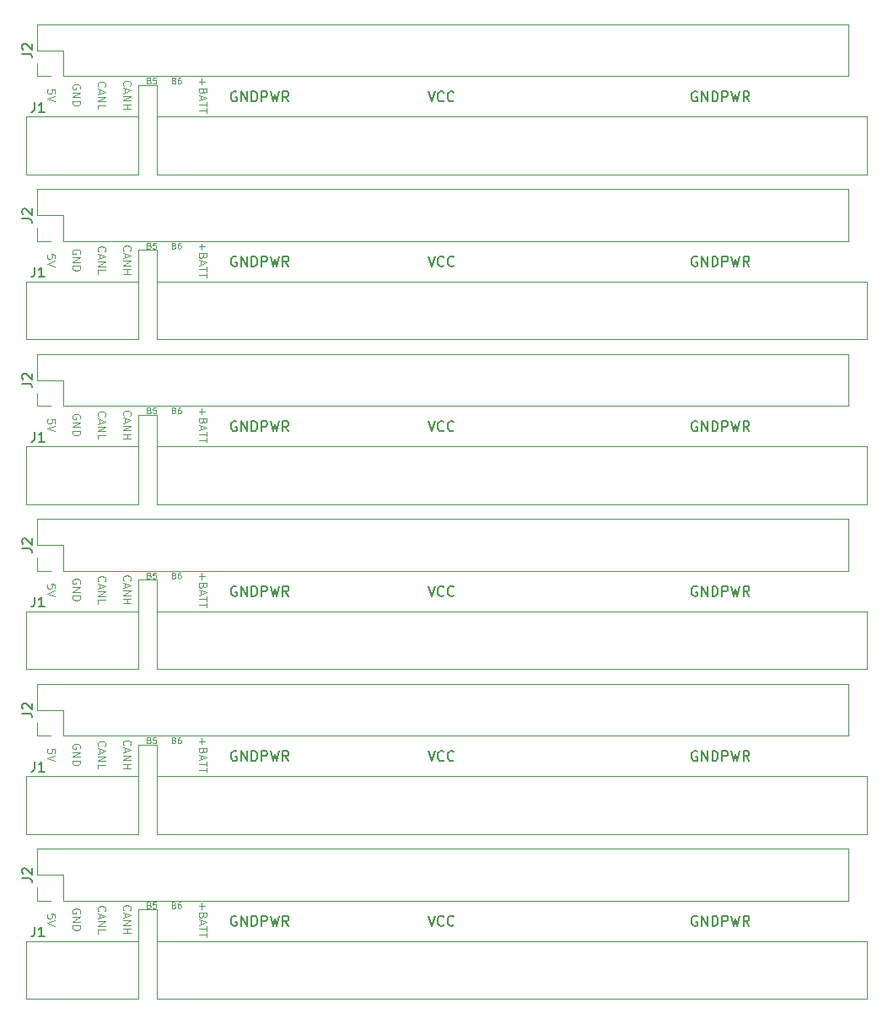
<source format=gto>
G04 #@! TF.GenerationSoftware,KiCad,Pcbnew,(5.1.5)-3*
G04 #@! TF.CreationDate,2019-12-27T07:11:16+09:00*
G04 #@! TF.ProjectId,PCIeAdapter_x6,50434965-4164-4617-9074-65725f78362e,rev?*
G04 #@! TF.SameCoordinates,Original*
G04 #@! TF.FileFunction,Legend,Top*
G04 #@! TF.FilePolarity,Positive*
%FSLAX46Y46*%
G04 Gerber Fmt 4.6, Leading zero omitted, Abs format (unit mm)*
G04 Created by KiCad (PCBNEW (5.1.5)-3) date 2019-12-27 07:11:16*
%MOMM*%
%LPD*%
G04 APERTURE LIST*
%ADD10C,0.120000*%
%ADD11C,0.150000*%
%ADD12C,0.090000*%
G04 APERTURE END LIST*
D10*
X116554285Y-57221904D02*
X116516190Y-57183809D01*
X116478095Y-57069523D01*
X116478095Y-56993333D01*
X116516190Y-56879047D01*
X116592380Y-56802857D01*
X116668571Y-56764761D01*
X116820952Y-56726666D01*
X116935238Y-56726666D01*
X117087619Y-56764761D01*
X117163809Y-56802857D01*
X117240000Y-56879047D01*
X117278095Y-56993333D01*
X117278095Y-57069523D01*
X117240000Y-57183809D01*
X117201904Y-57221904D01*
X116706666Y-57526666D02*
X116706666Y-57907619D01*
X116478095Y-57450476D02*
X117278095Y-57717142D01*
X116478095Y-57983809D01*
X116478095Y-58250476D02*
X117278095Y-58250476D01*
X116478095Y-58707619D01*
X117278095Y-58707619D01*
X116478095Y-59469523D02*
X116478095Y-59088571D01*
X117278095Y-59088571D01*
D11*
X130416666Y-57750000D02*
X130321428Y-57702380D01*
X130178571Y-57702380D01*
X130035714Y-57750000D01*
X129940476Y-57845238D01*
X129892857Y-57940476D01*
X129845238Y-58130952D01*
X129845238Y-58273809D01*
X129892857Y-58464285D01*
X129940476Y-58559523D01*
X130035714Y-58654761D01*
X130178571Y-58702380D01*
X130273809Y-58702380D01*
X130416666Y-58654761D01*
X130464285Y-58607142D01*
X130464285Y-58273809D01*
X130273809Y-58273809D01*
X130892857Y-58702380D02*
X130892857Y-57702380D01*
X131464285Y-58702380D01*
X131464285Y-57702380D01*
X131940476Y-58702380D02*
X131940476Y-57702380D01*
X132178571Y-57702380D01*
X132321428Y-57750000D01*
X132416666Y-57845238D01*
X132464285Y-57940476D01*
X132511904Y-58130952D01*
X132511904Y-58273809D01*
X132464285Y-58464285D01*
X132416666Y-58559523D01*
X132321428Y-58654761D01*
X132178571Y-58702380D01*
X131940476Y-58702380D01*
X132940476Y-58702380D02*
X132940476Y-57702380D01*
X133321428Y-57702380D01*
X133416666Y-57750000D01*
X133464285Y-57797619D01*
X133511904Y-57892857D01*
X133511904Y-58035714D01*
X133464285Y-58130952D01*
X133416666Y-58178571D01*
X133321428Y-58226190D01*
X132940476Y-58226190D01*
X133845238Y-57702380D02*
X134083333Y-58702380D01*
X134273809Y-57988095D01*
X134464285Y-58702380D01*
X134702380Y-57702380D01*
X135654761Y-58702380D02*
X135321428Y-58226190D01*
X135083333Y-58702380D02*
X135083333Y-57702380D01*
X135464285Y-57702380D01*
X135559523Y-57750000D01*
X135607142Y-57797619D01*
X135654761Y-57892857D01*
X135654761Y-58035714D01*
X135607142Y-58130952D01*
X135559523Y-58178571D01*
X135464285Y-58226190D01*
X135083333Y-58226190D01*
X149666666Y-57702380D02*
X150000000Y-58702380D01*
X150333333Y-57702380D01*
X151238095Y-58607142D02*
X151190476Y-58654761D01*
X151047619Y-58702380D01*
X150952380Y-58702380D01*
X150809523Y-58654761D01*
X150714285Y-58559523D01*
X150666666Y-58464285D01*
X150619047Y-58273809D01*
X150619047Y-58130952D01*
X150666666Y-57940476D01*
X150714285Y-57845238D01*
X150809523Y-57750000D01*
X150952380Y-57702380D01*
X151047619Y-57702380D01*
X151190476Y-57750000D01*
X151238095Y-57797619D01*
X152238095Y-58607142D02*
X152190476Y-58654761D01*
X152047619Y-58702380D01*
X151952380Y-58702380D01*
X151809523Y-58654761D01*
X151714285Y-58559523D01*
X151666666Y-58464285D01*
X151619047Y-58273809D01*
X151619047Y-58130952D01*
X151666666Y-57940476D01*
X151714285Y-57845238D01*
X151809523Y-57750000D01*
X151952380Y-57702380D01*
X152047619Y-57702380D01*
X152190476Y-57750000D01*
X152238095Y-57797619D01*
D12*
X121657142Y-56607142D02*
X121742857Y-56635714D01*
X121771428Y-56664285D01*
X121800000Y-56721428D01*
X121800000Y-56807142D01*
X121771428Y-56864285D01*
X121742857Y-56892857D01*
X121685714Y-56921428D01*
X121457142Y-56921428D01*
X121457142Y-56321428D01*
X121657142Y-56321428D01*
X121714285Y-56350000D01*
X121742857Y-56378571D01*
X121771428Y-56435714D01*
X121771428Y-56492857D01*
X121742857Y-56550000D01*
X121714285Y-56578571D01*
X121657142Y-56607142D01*
X121457142Y-56607142D01*
X122342857Y-56321428D02*
X122057142Y-56321428D01*
X122028571Y-56607142D01*
X122057142Y-56578571D01*
X122114285Y-56550000D01*
X122257142Y-56550000D01*
X122314285Y-56578571D01*
X122342857Y-56607142D01*
X122371428Y-56664285D01*
X122371428Y-56807142D01*
X122342857Y-56864285D01*
X122314285Y-56892857D01*
X122257142Y-56921428D01*
X122114285Y-56921428D01*
X122057142Y-56892857D01*
X122028571Y-56864285D01*
D10*
X114700000Y-57450476D02*
X114738095Y-57374285D01*
X114738095Y-57260000D01*
X114700000Y-57145714D01*
X114623809Y-57069523D01*
X114547619Y-57031428D01*
X114395238Y-56993333D01*
X114280952Y-56993333D01*
X114128571Y-57031428D01*
X114052380Y-57069523D01*
X113976190Y-57145714D01*
X113938095Y-57260000D01*
X113938095Y-57336190D01*
X113976190Y-57450476D01*
X114014285Y-57488571D01*
X114280952Y-57488571D01*
X114280952Y-57336190D01*
X113938095Y-57831428D02*
X114738095Y-57831428D01*
X113938095Y-58288571D01*
X114738095Y-58288571D01*
X113938095Y-58669523D02*
X114738095Y-58669523D01*
X114738095Y-58860000D01*
X114700000Y-58974285D01*
X114623809Y-59050476D01*
X114547619Y-59088571D01*
X114395238Y-59126666D01*
X114280952Y-59126666D01*
X114128571Y-59088571D01*
X114052380Y-59050476D01*
X113976190Y-58974285D01*
X113938095Y-58860000D01*
X113938095Y-58669523D01*
X126942857Y-56402857D02*
X126942857Y-57012380D01*
X126638095Y-56707619D02*
X127247619Y-56707619D01*
X127057142Y-57660000D02*
X127019047Y-57774285D01*
X126980952Y-57812380D01*
X126904761Y-57850476D01*
X126790476Y-57850476D01*
X126714285Y-57812380D01*
X126676190Y-57774285D01*
X126638095Y-57698095D01*
X126638095Y-57393333D01*
X127438095Y-57393333D01*
X127438095Y-57660000D01*
X127400000Y-57736190D01*
X127361904Y-57774285D01*
X127285714Y-57812380D01*
X127209523Y-57812380D01*
X127133333Y-57774285D01*
X127095238Y-57736190D01*
X127057142Y-57660000D01*
X127057142Y-57393333D01*
X126866666Y-58155238D02*
X126866666Y-58536190D01*
X126638095Y-58079047D02*
X127438095Y-58345714D01*
X126638095Y-58612380D01*
X127438095Y-58764761D02*
X127438095Y-59221904D01*
X126638095Y-58993333D02*
X127438095Y-58993333D01*
X127438095Y-59374285D02*
X127438095Y-59831428D01*
X126638095Y-59602857D02*
X127438095Y-59602857D01*
D12*
X124157142Y-56607142D02*
X124242857Y-56635714D01*
X124271428Y-56664285D01*
X124300000Y-56721428D01*
X124300000Y-56807142D01*
X124271428Y-56864285D01*
X124242857Y-56892857D01*
X124185714Y-56921428D01*
X123957142Y-56921428D01*
X123957142Y-56321428D01*
X124157142Y-56321428D01*
X124214285Y-56350000D01*
X124242857Y-56378571D01*
X124271428Y-56435714D01*
X124271428Y-56492857D01*
X124242857Y-56550000D01*
X124214285Y-56578571D01*
X124157142Y-56607142D01*
X123957142Y-56607142D01*
X124814285Y-56321428D02*
X124700000Y-56321428D01*
X124642857Y-56350000D01*
X124614285Y-56378571D01*
X124557142Y-56464285D01*
X124528571Y-56578571D01*
X124528571Y-56807142D01*
X124557142Y-56864285D01*
X124585714Y-56892857D01*
X124642857Y-56921428D01*
X124757142Y-56921428D01*
X124814285Y-56892857D01*
X124842857Y-56864285D01*
X124871428Y-56807142D01*
X124871428Y-56664285D01*
X124842857Y-56607142D01*
X124814285Y-56578571D01*
X124757142Y-56550000D01*
X124642857Y-56550000D01*
X124585714Y-56578571D01*
X124557142Y-56607142D01*
X124528571Y-56664285D01*
D10*
X119094285Y-57126666D02*
X119056190Y-57088571D01*
X119018095Y-56974285D01*
X119018095Y-56898095D01*
X119056190Y-56783809D01*
X119132380Y-56707619D01*
X119208571Y-56669523D01*
X119360952Y-56631428D01*
X119475238Y-56631428D01*
X119627619Y-56669523D01*
X119703809Y-56707619D01*
X119780000Y-56783809D01*
X119818095Y-56898095D01*
X119818095Y-56974285D01*
X119780000Y-57088571D01*
X119741904Y-57126666D01*
X119246666Y-57431428D02*
X119246666Y-57812380D01*
X119018095Y-57355238D02*
X119818095Y-57621904D01*
X119018095Y-57888571D01*
X119018095Y-58155238D02*
X119818095Y-58155238D01*
X119018095Y-58612380D01*
X119818095Y-58612380D01*
X119018095Y-58993333D02*
X119818095Y-58993333D01*
X119437142Y-58993333D02*
X119437142Y-59450476D01*
X119018095Y-59450476D02*
X119818095Y-59450476D01*
X112198095Y-57907619D02*
X112198095Y-57526666D01*
X111817142Y-57488571D01*
X111855238Y-57526666D01*
X111893333Y-57602857D01*
X111893333Y-57793333D01*
X111855238Y-57869523D01*
X111817142Y-57907619D01*
X111740952Y-57945714D01*
X111550476Y-57945714D01*
X111474285Y-57907619D01*
X111436190Y-57869523D01*
X111398095Y-57793333D01*
X111398095Y-57602857D01*
X111436190Y-57526666D01*
X111474285Y-57488571D01*
X112198095Y-58174285D02*
X111398095Y-58440952D01*
X112198095Y-58707619D01*
D11*
X176666666Y-57750000D02*
X176571428Y-57702380D01*
X176428571Y-57702380D01*
X176285714Y-57750000D01*
X176190476Y-57845238D01*
X176142857Y-57940476D01*
X176095238Y-58130952D01*
X176095238Y-58273809D01*
X176142857Y-58464285D01*
X176190476Y-58559523D01*
X176285714Y-58654761D01*
X176428571Y-58702380D01*
X176523809Y-58702380D01*
X176666666Y-58654761D01*
X176714285Y-58607142D01*
X176714285Y-58273809D01*
X176523809Y-58273809D01*
X177142857Y-58702380D02*
X177142857Y-57702380D01*
X177714285Y-58702380D01*
X177714285Y-57702380D01*
X178190476Y-58702380D02*
X178190476Y-57702380D01*
X178428571Y-57702380D01*
X178571428Y-57750000D01*
X178666666Y-57845238D01*
X178714285Y-57940476D01*
X178761904Y-58130952D01*
X178761904Y-58273809D01*
X178714285Y-58464285D01*
X178666666Y-58559523D01*
X178571428Y-58654761D01*
X178428571Y-58702380D01*
X178190476Y-58702380D01*
X179190476Y-58702380D02*
X179190476Y-57702380D01*
X179571428Y-57702380D01*
X179666666Y-57750000D01*
X179714285Y-57797619D01*
X179761904Y-57892857D01*
X179761904Y-58035714D01*
X179714285Y-58130952D01*
X179666666Y-58178571D01*
X179571428Y-58226190D01*
X179190476Y-58226190D01*
X180095238Y-57702380D02*
X180333333Y-58702380D01*
X180523809Y-57988095D01*
X180714285Y-58702380D01*
X180952380Y-57702380D01*
X181904761Y-58702380D02*
X181571428Y-58226190D01*
X181333333Y-58702380D02*
X181333333Y-57702380D01*
X181714285Y-57702380D01*
X181809523Y-57750000D01*
X181857142Y-57797619D01*
X181904761Y-57892857D01*
X181904761Y-58035714D01*
X181857142Y-58130952D01*
X181809523Y-58178571D01*
X181714285Y-58226190D01*
X181333333Y-58226190D01*
D12*
X121657142Y-73157142D02*
X121742857Y-73185714D01*
X121771428Y-73214285D01*
X121800000Y-73271428D01*
X121800000Y-73357142D01*
X121771428Y-73414285D01*
X121742857Y-73442857D01*
X121685714Y-73471428D01*
X121457142Y-73471428D01*
X121457142Y-72871428D01*
X121657142Y-72871428D01*
X121714285Y-72900000D01*
X121742857Y-72928571D01*
X121771428Y-72985714D01*
X121771428Y-73042857D01*
X121742857Y-73100000D01*
X121714285Y-73128571D01*
X121657142Y-73157142D01*
X121457142Y-73157142D01*
X122342857Y-72871428D02*
X122057142Y-72871428D01*
X122028571Y-73157142D01*
X122057142Y-73128571D01*
X122114285Y-73100000D01*
X122257142Y-73100000D01*
X122314285Y-73128571D01*
X122342857Y-73157142D01*
X122371428Y-73214285D01*
X122371428Y-73357142D01*
X122342857Y-73414285D01*
X122314285Y-73442857D01*
X122257142Y-73471428D01*
X122114285Y-73471428D01*
X122057142Y-73442857D01*
X122028571Y-73414285D01*
X121657142Y-89707142D02*
X121742857Y-89735714D01*
X121771428Y-89764285D01*
X121800000Y-89821428D01*
X121800000Y-89907142D01*
X121771428Y-89964285D01*
X121742857Y-89992857D01*
X121685714Y-90021428D01*
X121457142Y-90021428D01*
X121457142Y-89421428D01*
X121657142Y-89421428D01*
X121714285Y-89450000D01*
X121742857Y-89478571D01*
X121771428Y-89535714D01*
X121771428Y-89592857D01*
X121742857Y-89650000D01*
X121714285Y-89678571D01*
X121657142Y-89707142D01*
X121457142Y-89707142D01*
X122342857Y-89421428D02*
X122057142Y-89421428D01*
X122028571Y-89707142D01*
X122057142Y-89678571D01*
X122114285Y-89650000D01*
X122257142Y-89650000D01*
X122314285Y-89678571D01*
X122342857Y-89707142D01*
X122371428Y-89764285D01*
X122371428Y-89907142D01*
X122342857Y-89964285D01*
X122314285Y-89992857D01*
X122257142Y-90021428D01*
X122114285Y-90021428D01*
X122057142Y-89992857D01*
X122028571Y-89964285D01*
X121657142Y-106257142D02*
X121742857Y-106285714D01*
X121771428Y-106314285D01*
X121800000Y-106371428D01*
X121800000Y-106457142D01*
X121771428Y-106514285D01*
X121742857Y-106542857D01*
X121685714Y-106571428D01*
X121457142Y-106571428D01*
X121457142Y-105971428D01*
X121657142Y-105971428D01*
X121714285Y-106000000D01*
X121742857Y-106028571D01*
X121771428Y-106085714D01*
X121771428Y-106142857D01*
X121742857Y-106200000D01*
X121714285Y-106228571D01*
X121657142Y-106257142D01*
X121457142Y-106257142D01*
X122342857Y-105971428D02*
X122057142Y-105971428D01*
X122028571Y-106257142D01*
X122057142Y-106228571D01*
X122114285Y-106200000D01*
X122257142Y-106200000D01*
X122314285Y-106228571D01*
X122342857Y-106257142D01*
X122371428Y-106314285D01*
X122371428Y-106457142D01*
X122342857Y-106514285D01*
X122314285Y-106542857D01*
X122257142Y-106571428D01*
X122114285Y-106571428D01*
X122057142Y-106542857D01*
X122028571Y-106514285D01*
X121657142Y-122807142D02*
X121742857Y-122835714D01*
X121771428Y-122864285D01*
X121800000Y-122921428D01*
X121800000Y-123007142D01*
X121771428Y-123064285D01*
X121742857Y-123092857D01*
X121685714Y-123121428D01*
X121457142Y-123121428D01*
X121457142Y-122521428D01*
X121657142Y-122521428D01*
X121714285Y-122550000D01*
X121742857Y-122578571D01*
X121771428Y-122635714D01*
X121771428Y-122692857D01*
X121742857Y-122750000D01*
X121714285Y-122778571D01*
X121657142Y-122807142D01*
X121457142Y-122807142D01*
X122342857Y-122521428D02*
X122057142Y-122521428D01*
X122028571Y-122807142D01*
X122057142Y-122778571D01*
X122114285Y-122750000D01*
X122257142Y-122750000D01*
X122314285Y-122778571D01*
X122342857Y-122807142D01*
X122371428Y-122864285D01*
X122371428Y-123007142D01*
X122342857Y-123064285D01*
X122314285Y-123092857D01*
X122257142Y-123121428D01*
X122114285Y-123121428D01*
X122057142Y-123092857D01*
X122028571Y-123064285D01*
D10*
X112198095Y-74457619D02*
X112198095Y-74076666D01*
X111817142Y-74038571D01*
X111855238Y-74076666D01*
X111893333Y-74152857D01*
X111893333Y-74343333D01*
X111855238Y-74419523D01*
X111817142Y-74457619D01*
X111740952Y-74495714D01*
X111550476Y-74495714D01*
X111474285Y-74457619D01*
X111436190Y-74419523D01*
X111398095Y-74343333D01*
X111398095Y-74152857D01*
X111436190Y-74076666D01*
X111474285Y-74038571D01*
X112198095Y-74724285D02*
X111398095Y-74990952D01*
X112198095Y-75257619D01*
X112198095Y-91007619D02*
X112198095Y-90626666D01*
X111817142Y-90588571D01*
X111855238Y-90626666D01*
X111893333Y-90702857D01*
X111893333Y-90893333D01*
X111855238Y-90969523D01*
X111817142Y-91007619D01*
X111740952Y-91045714D01*
X111550476Y-91045714D01*
X111474285Y-91007619D01*
X111436190Y-90969523D01*
X111398095Y-90893333D01*
X111398095Y-90702857D01*
X111436190Y-90626666D01*
X111474285Y-90588571D01*
X112198095Y-91274285D02*
X111398095Y-91540952D01*
X112198095Y-91807619D01*
X112198095Y-107557619D02*
X112198095Y-107176666D01*
X111817142Y-107138571D01*
X111855238Y-107176666D01*
X111893333Y-107252857D01*
X111893333Y-107443333D01*
X111855238Y-107519523D01*
X111817142Y-107557619D01*
X111740952Y-107595714D01*
X111550476Y-107595714D01*
X111474285Y-107557619D01*
X111436190Y-107519523D01*
X111398095Y-107443333D01*
X111398095Y-107252857D01*
X111436190Y-107176666D01*
X111474285Y-107138571D01*
X112198095Y-107824285D02*
X111398095Y-108090952D01*
X112198095Y-108357619D01*
X112198095Y-124107619D02*
X112198095Y-123726666D01*
X111817142Y-123688571D01*
X111855238Y-123726666D01*
X111893333Y-123802857D01*
X111893333Y-123993333D01*
X111855238Y-124069523D01*
X111817142Y-124107619D01*
X111740952Y-124145714D01*
X111550476Y-124145714D01*
X111474285Y-124107619D01*
X111436190Y-124069523D01*
X111398095Y-123993333D01*
X111398095Y-123802857D01*
X111436190Y-123726666D01*
X111474285Y-123688571D01*
X112198095Y-124374285D02*
X111398095Y-124640952D01*
X112198095Y-124907619D01*
D11*
X149666666Y-74252380D02*
X150000000Y-75252380D01*
X150333333Y-74252380D01*
X151238095Y-75157142D02*
X151190476Y-75204761D01*
X151047619Y-75252380D01*
X150952380Y-75252380D01*
X150809523Y-75204761D01*
X150714285Y-75109523D01*
X150666666Y-75014285D01*
X150619047Y-74823809D01*
X150619047Y-74680952D01*
X150666666Y-74490476D01*
X150714285Y-74395238D01*
X150809523Y-74300000D01*
X150952380Y-74252380D01*
X151047619Y-74252380D01*
X151190476Y-74300000D01*
X151238095Y-74347619D01*
X152238095Y-75157142D02*
X152190476Y-75204761D01*
X152047619Y-75252380D01*
X151952380Y-75252380D01*
X151809523Y-75204761D01*
X151714285Y-75109523D01*
X151666666Y-75014285D01*
X151619047Y-74823809D01*
X151619047Y-74680952D01*
X151666666Y-74490476D01*
X151714285Y-74395238D01*
X151809523Y-74300000D01*
X151952380Y-74252380D01*
X152047619Y-74252380D01*
X152190476Y-74300000D01*
X152238095Y-74347619D01*
X149666666Y-90802380D02*
X150000000Y-91802380D01*
X150333333Y-90802380D01*
X151238095Y-91707142D02*
X151190476Y-91754761D01*
X151047619Y-91802380D01*
X150952380Y-91802380D01*
X150809523Y-91754761D01*
X150714285Y-91659523D01*
X150666666Y-91564285D01*
X150619047Y-91373809D01*
X150619047Y-91230952D01*
X150666666Y-91040476D01*
X150714285Y-90945238D01*
X150809523Y-90850000D01*
X150952380Y-90802380D01*
X151047619Y-90802380D01*
X151190476Y-90850000D01*
X151238095Y-90897619D01*
X152238095Y-91707142D02*
X152190476Y-91754761D01*
X152047619Y-91802380D01*
X151952380Y-91802380D01*
X151809523Y-91754761D01*
X151714285Y-91659523D01*
X151666666Y-91564285D01*
X151619047Y-91373809D01*
X151619047Y-91230952D01*
X151666666Y-91040476D01*
X151714285Y-90945238D01*
X151809523Y-90850000D01*
X151952380Y-90802380D01*
X152047619Y-90802380D01*
X152190476Y-90850000D01*
X152238095Y-90897619D01*
X149666666Y-107352380D02*
X150000000Y-108352380D01*
X150333333Y-107352380D01*
X151238095Y-108257142D02*
X151190476Y-108304761D01*
X151047619Y-108352380D01*
X150952380Y-108352380D01*
X150809523Y-108304761D01*
X150714285Y-108209523D01*
X150666666Y-108114285D01*
X150619047Y-107923809D01*
X150619047Y-107780952D01*
X150666666Y-107590476D01*
X150714285Y-107495238D01*
X150809523Y-107400000D01*
X150952380Y-107352380D01*
X151047619Y-107352380D01*
X151190476Y-107400000D01*
X151238095Y-107447619D01*
X152238095Y-108257142D02*
X152190476Y-108304761D01*
X152047619Y-108352380D01*
X151952380Y-108352380D01*
X151809523Y-108304761D01*
X151714285Y-108209523D01*
X151666666Y-108114285D01*
X151619047Y-107923809D01*
X151619047Y-107780952D01*
X151666666Y-107590476D01*
X151714285Y-107495238D01*
X151809523Y-107400000D01*
X151952380Y-107352380D01*
X152047619Y-107352380D01*
X152190476Y-107400000D01*
X152238095Y-107447619D01*
X149666666Y-123902380D02*
X150000000Y-124902380D01*
X150333333Y-123902380D01*
X151238095Y-124807142D02*
X151190476Y-124854761D01*
X151047619Y-124902380D01*
X150952380Y-124902380D01*
X150809523Y-124854761D01*
X150714285Y-124759523D01*
X150666666Y-124664285D01*
X150619047Y-124473809D01*
X150619047Y-124330952D01*
X150666666Y-124140476D01*
X150714285Y-124045238D01*
X150809523Y-123950000D01*
X150952380Y-123902380D01*
X151047619Y-123902380D01*
X151190476Y-123950000D01*
X151238095Y-123997619D01*
X152238095Y-124807142D02*
X152190476Y-124854761D01*
X152047619Y-124902380D01*
X151952380Y-124902380D01*
X151809523Y-124854761D01*
X151714285Y-124759523D01*
X151666666Y-124664285D01*
X151619047Y-124473809D01*
X151619047Y-124330952D01*
X151666666Y-124140476D01*
X151714285Y-124045238D01*
X151809523Y-123950000D01*
X151952380Y-123902380D01*
X152047619Y-123902380D01*
X152190476Y-123950000D01*
X152238095Y-123997619D01*
D12*
X124157142Y-73157142D02*
X124242857Y-73185714D01*
X124271428Y-73214285D01*
X124300000Y-73271428D01*
X124300000Y-73357142D01*
X124271428Y-73414285D01*
X124242857Y-73442857D01*
X124185714Y-73471428D01*
X123957142Y-73471428D01*
X123957142Y-72871428D01*
X124157142Y-72871428D01*
X124214285Y-72900000D01*
X124242857Y-72928571D01*
X124271428Y-72985714D01*
X124271428Y-73042857D01*
X124242857Y-73100000D01*
X124214285Y-73128571D01*
X124157142Y-73157142D01*
X123957142Y-73157142D01*
X124814285Y-72871428D02*
X124700000Y-72871428D01*
X124642857Y-72900000D01*
X124614285Y-72928571D01*
X124557142Y-73014285D01*
X124528571Y-73128571D01*
X124528571Y-73357142D01*
X124557142Y-73414285D01*
X124585714Y-73442857D01*
X124642857Y-73471428D01*
X124757142Y-73471428D01*
X124814285Y-73442857D01*
X124842857Y-73414285D01*
X124871428Y-73357142D01*
X124871428Y-73214285D01*
X124842857Y-73157142D01*
X124814285Y-73128571D01*
X124757142Y-73100000D01*
X124642857Y-73100000D01*
X124585714Y-73128571D01*
X124557142Y-73157142D01*
X124528571Y-73214285D01*
X124157142Y-89707142D02*
X124242857Y-89735714D01*
X124271428Y-89764285D01*
X124300000Y-89821428D01*
X124300000Y-89907142D01*
X124271428Y-89964285D01*
X124242857Y-89992857D01*
X124185714Y-90021428D01*
X123957142Y-90021428D01*
X123957142Y-89421428D01*
X124157142Y-89421428D01*
X124214285Y-89450000D01*
X124242857Y-89478571D01*
X124271428Y-89535714D01*
X124271428Y-89592857D01*
X124242857Y-89650000D01*
X124214285Y-89678571D01*
X124157142Y-89707142D01*
X123957142Y-89707142D01*
X124814285Y-89421428D02*
X124700000Y-89421428D01*
X124642857Y-89450000D01*
X124614285Y-89478571D01*
X124557142Y-89564285D01*
X124528571Y-89678571D01*
X124528571Y-89907142D01*
X124557142Y-89964285D01*
X124585714Y-89992857D01*
X124642857Y-90021428D01*
X124757142Y-90021428D01*
X124814285Y-89992857D01*
X124842857Y-89964285D01*
X124871428Y-89907142D01*
X124871428Y-89764285D01*
X124842857Y-89707142D01*
X124814285Y-89678571D01*
X124757142Y-89650000D01*
X124642857Y-89650000D01*
X124585714Y-89678571D01*
X124557142Y-89707142D01*
X124528571Y-89764285D01*
X124157142Y-106257142D02*
X124242857Y-106285714D01*
X124271428Y-106314285D01*
X124300000Y-106371428D01*
X124300000Y-106457142D01*
X124271428Y-106514285D01*
X124242857Y-106542857D01*
X124185714Y-106571428D01*
X123957142Y-106571428D01*
X123957142Y-105971428D01*
X124157142Y-105971428D01*
X124214285Y-106000000D01*
X124242857Y-106028571D01*
X124271428Y-106085714D01*
X124271428Y-106142857D01*
X124242857Y-106200000D01*
X124214285Y-106228571D01*
X124157142Y-106257142D01*
X123957142Y-106257142D01*
X124814285Y-105971428D02*
X124700000Y-105971428D01*
X124642857Y-106000000D01*
X124614285Y-106028571D01*
X124557142Y-106114285D01*
X124528571Y-106228571D01*
X124528571Y-106457142D01*
X124557142Y-106514285D01*
X124585714Y-106542857D01*
X124642857Y-106571428D01*
X124757142Y-106571428D01*
X124814285Y-106542857D01*
X124842857Y-106514285D01*
X124871428Y-106457142D01*
X124871428Y-106314285D01*
X124842857Y-106257142D01*
X124814285Y-106228571D01*
X124757142Y-106200000D01*
X124642857Y-106200000D01*
X124585714Y-106228571D01*
X124557142Y-106257142D01*
X124528571Y-106314285D01*
X124157142Y-122807142D02*
X124242857Y-122835714D01*
X124271428Y-122864285D01*
X124300000Y-122921428D01*
X124300000Y-123007142D01*
X124271428Y-123064285D01*
X124242857Y-123092857D01*
X124185714Y-123121428D01*
X123957142Y-123121428D01*
X123957142Y-122521428D01*
X124157142Y-122521428D01*
X124214285Y-122550000D01*
X124242857Y-122578571D01*
X124271428Y-122635714D01*
X124271428Y-122692857D01*
X124242857Y-122750000D01*
X124214285Y-122778571D01*
X124157142Y-122807142D01*
X123957142Y-122807142D01*
X124814285Y-122521428D02*
X124700000Y-122521428D01*
X124642857Y-122550000D01*
X124614285Y-122578571D01*
X124557142Y-122664285D01*
X124528571Y-122778571D01*
X124528571Y-123007142D01*
X124557142Y-123064285D01*
X124585714Y-123092857D01*
X124642857Y-123121428D01*
X124757142Y-123121428D01*
X124814285Y-123092857D01*
X124842857Y-123064285D01*
X124871428Y-123007142D01*
X124871428Y-122864285D01*
X124842857Y-122807142D01*
X124814285Y-122778571D01*
X124757142Y-122750000D01*
X124642857Y-122750000D01*
X124585714Y-122778571D01*
X124557142Y-122807142D01*
X124528571Y-122864285D01*
D11*
X130416666Y-74300000D02*
X130321428Y-74252380D01*
X130178571Y-74252380D01*
X130035714Y-74300000D01*
X129940476Y-74395238D01*
X129892857Y-74490476D01*
X129845238Y-74680952D01*
X129845238Y-74823809D01*
X129892857Y-75014285D01*
X129940476Y-75109523D01*
X130035714Y-75204761D01*
X130178571Y-75252380D01*
X130273809Y-75252380D01*
X130416666Y-75204761D01*
X130464285Y-75157142D01*
X130464285Y-74823809D01*
X130273809Y-74823809D01*
X130892857Y-75252380D02*
X130892857Y-74252380D01*
X131464285Y-75252380D01*
X131464285Y-74252380D01*
X131940476Y-75252380D02*
X131940476Y-74252380D01*
X132178571Y-74252380D01*
X132321428Y-74300000D01*
X132416666Y-74395238D01*
X132464285Y-74490476D01*
X132511904Y-74680952D01*
X132511904Y-74823809D01*
X132464285Y-75014285D01*
X132416666Y-75109523D01*
X132321428Y-75204761D01*
X132178571Y-75252380D01*
X131940476Y-75252380D01*
X132940476Y-75252380D02*
X132940476Y-74252380D01*
X133321428Y-74252380D01*
X133416666Y-74300000D01*
X133464285Y-74347619D01*
X133511904Y-74442857D01*
X133511904Y-74585714D01*
X133464285Y-74680952D01*
X133416666Y-74728571D01*
X133321428Y-74776190D01*
X132940476Y-74776190D01*
X133845238Y-74252380D02*
X134083333Y-75252380D01*
X134273809Y-74538095D01*
X134464285Y-75252380D01*
X134702380Y-74252380D01*
X135654761Y-75252380D02*
X135321428Y-74776190D01*
X135083333Y-75252380D02*
X135083333Y-74252380D01*
X135464285Y-74252380D01*
X135559523Y-74300000D01*
X135607142Y-74347619D01*
X135654761Y-74442857D01*
X135654761Y-74585714D01*
X135607142Y-74680952D01*
X135559523Y-74728571D01*
X135464285Y-74776190D01*
X135083333Y-74776190D01*
X130416666Y-90850000D02*
X130321428Y-90802380D01*
X130178571Y-90802380D01*
X130035714Y-90850000D01*
X129940476Y-90945238D01*
X129892857Y-91040476D01*
X129845238Y-91230952D01*
X129845238Y-91373809D01*
X129892857Y-91564285D01*
X129940476Y-91659523D01*
X130035714Y-91754761D01*
X130178571Y-91802380D01*
X130273809Y-91802380D01*
X130416666Y-91754761D01*
X130464285Y-91707142D01*
X130464285Y-91373809D01*
X130273809Y-91373809D01*
X130892857Y-91802380D02*
X130892857Y-90802380D01*
X131464285Y-91802380D01*
X131464285Y-90802380D01*
X131940476Y-91802380D02*
X131940476Y-90802380D01*
X132178571Y-90802380D01*
X132321428Y-90850000D01*
X132416666Y-90945238D01*
X132464285Y-91040476D01*
X132511904Y-91230952D01*
X132511904Y-91373809D01*
X132464285Y-91564285D01*
X132416666Y-91659523D01*
X132321428Y-91754761D01*
X132178571Y-91802380D01*
X131940476Y-91802380D01*
X132940476Y-91802380D02*
X132940476Y-90802380D01*
X133321428Y-90802380D01*
X133416666Y-90850000D01*
X133464285Y-90897619D01*
X133511904Y-90992857D01*
X133511904Y-91135714D01*
X133464285Y-91230952D01*
X133416666Y-91278571D01*
X133321428Y-91326190D01*
X132940476Y-91326190D01*
X133845238Y-90802380D02*
X134083333Y-91802380D01*
X134273809Y-91088095D01*
X134464285Y-91802380D01*
X134702380Y-90802380D01*
X135654761Y-91802380D02*
X135321428Y-91326190D01*
X135083333Y-91802380D02*
X135083333Y-90802380D01*
X135464285Y-90802380D01*
X135559523Y-90850000D01*
X135607142Y-90897619D01*
X135654761Y-90992857D01*
X135654761Y-91135714D01*
X135607142Y-91230952D01*
X135559523Y-91278571D01*
X135464285Y-91326190D01*
X135083333Y-91326190D01*
X130416666Y-107400000D02*
X130321428Y-107352380D01*
X130178571Y-107352380D01*
X130035714Y-107400000D01*
X129940476Y-107495238D01*
X129892857Y-107590476D01*
X129845238Y-107780952D01*
X129845238Y-107923809D01*
X129892857Y-108114285D01*
X129940476Y-108209523D01*
X130035714Y-108304761D01*
X130178571Y-108352380D01*
X130273809Y-108352380D01*
X130416666Y-108304761D01*
X130464285Y-108257142D01*
X130464285Y-107923809D01*
X130273809Y-107923809D01*
X130892857Y-108352380D02*
X130892857Y-107352380D01*
X131464285Y-108352380D01*
X131464285Y-107352380D01*
X131940476Y-108352380D02*
X131940476Y-107352380D01*
X132178571Y-107352380D01*
X132321428Y-107400000D01*
X132416666Y-107495238D01*
X132464285Y-107590476D01*
X132511904Y-107780952D01*
X132511904Y-107923809D01*
X132464285Y-108114285D01*
X132416666Y-108209523D01*
X132321428Y-108304761D01*
X132178571Y-108352380D01*
X131940476Y-108352380D01*
X132940476Y-108352380D02*
X132940476Y-107352380D01*
X133321428Y-107352380D01*
X133416666Y-107400000D01*
X133464285Y-107447619D01*
X133511904Y-107542857D01*
X133511904Y-107685714D01*
X133464285Y-107780952D01*
X133416666Y-107828571D01*
X133321428Y-107876190D01*
X132940476Y-107876190D01*
X133845238Y-107352380D02*
X134083333Y-108352380D01*
X134273809Y-107638095D01*
X134464285Y-108352380D01*
X134702380Y-107352380D01*
X135654761Y-108352380D02*
X135321428Y-107876190D01*
X135083333Y-108352380D02*
X135083333Y-107352380D01*
X135464285Y-107352380D01*
X135559523Y-107400000D01*
X135607142Y-107447619D01*
X135654761Y-107542857D01*
X135654761Y-107685714D01*
X135607142Y-107780952D01*
X135559523Y-107828571D01*
X135464285Y-107876190D01*
X135083333Y-107876190D01*
X130416666Y-123950000D02*
X130321428Y-123902380D01*
X130178571Y-123902380D01*
X130035714Y-123950000D01*
X129940476Y-124045238D01*
X129892857Y-124140476D01*
X129845238Y-124330952D01*
X129845238Y-124473809D01*
X129892857Y-124664285D01*
X129940476Y-124759523D01*
X130035714Y-124854761D01*
X130178571Y-124902380D01*
X130273809Y-124902380D01*
X130416666Y-124854761D01*
X130464285Y-124807142D01*
X130464285Y-124473809D01*
X130273809Y-124473809D01*
X130892857Y-124902380D02*
X130892857Y-123902380D01*
X131464285Y-124902380D01*
X131464285Y-123902380D01*
X131940476Y-124902380D02*
X131940476Y-123902380D01*
X132178571Y-123902380D01*
X132321428Y-123950000D01*
X132416666Y-124045238D01*
X132464285Y-124140476D01*
X132511904Y-124330952D01*
X132511904Y-124473809D01*
X132464285Y-124664285D01*
X132416666Y-124759523D01*
X132321428Y-124854761D01*
X132178571Y-124902380D01*
X131940476Y-124902380D01*
X132940476Y-124902380D02*
X132940476Y-123902380D01*
X133321428Y-123902380D01*
X133416666Y-123950000D01*
X133464285Y-123997619D01*
X133511904Y-124092857D01*
X133511904Y-124235714D01*
X133464285Y-124330952D01*
X133416666Y-124378571D01*
X133321428Y-124426190D01*
X132940476Y-124426190D01*
X133845238Y-123902380D02*
X134083333Y-124902380D01*
X134273809Y-124188095D01*
X134464285Y-124902380D01*
X134702380Y-123902380D01*
X135654761Y-124902380D02*
X135321428Y-124426190D01*
X135083333Y-124902380D02*
X135083333Y-123902380D01*
X135464285Y-123902380D01*
X135559523Y-123950000D01*
X135607142Y-123997619D01*
X135654761Y-124092857D01*
X135654761Y-124235714D01*
X135607142Y-124330952D01*
X135559523Y-124378571D01*
X135464285Y-124426190D01*
X135083333Y-124426190D01*
X176666666Y-74300000D02*
X176571428Y-74252380D01*
X176428571Y-74252380D01*
X176285714Y-74300000D01*
X176190476Y-74395238D01*
X176142857Y-74490476D01*
X176095238Y-74680952D01*
X176095238Y-74823809D01*
X176142857Y-75014285D01*
X176190476Y-75109523D01*
X176285714Y-75204761D01*
X176428571Y-75252380D01*
X176523809Y-75252380D01*
X176666666Y-75204761D01*
X176714285Y-75157142D01*
X176714285Y-74823809D01*
X176523809Y-74823809D01*
X177142857Y-75252380D02*
X177142857Y-74252380D01*
X177714285Y-75252380D01*
X177714285Y-74252380D01*
X178190476Y-75252380D02*
X178190476Y-74252380D01*
X178428571Y-74252380D01*
X178571428Y-74300000D01*
X178666666Y-74395238D01*
X178714285Y-74490476D01*
X178761904Y-74680952D01*
X178761904Y-74823809D01*
X178714285Y-75014285D01*
X178666666Y-75109523D01*
X178571428Y-75204761D01*
X178428571Y-75252380D01*
X178190476Y-75252380D01*
X179190476Y-75252380D02*
X179190476Y-74252380D01*
X179571428Y-74252380D01*
X179666666Y-74300000D01*
X179714285Y-74347619D01*
X179761904Y-74442857D01*
X179761904Y-74585714D01*
X179714285Y-74680952D01*
X179666666Y-74728571D01*
X179571428Y-74776190D01*
X179190476Y-74776190D01*
X180095238Y-74252380D02*
X180333333Y-75252380D01*
X180523809Y-74538095D01*
X180714285Y-75252380D01*
X180952380Y-74252380D01*
X181904761Y-75252380D02*
X181571428Y-74776190D01*
X181333333Y-75252380D02*
X181333333Y-74252380D01*
X181714285Y-74252380D01*
X181809523Y-74300000D01*
X181857142Y-74347619D01*
X181904761Y-74442857D01*
X181904761Y-74585714D01*
X181857142Y-74680952D01*
X181809523Y-74728571D01*
X181714285Y-74776190D01*
X181333333Y-74776190D01*
X176666666Y-90850000D02*
X176571428Y-90802380D01*
X176428571Y-90802380D01*
X176285714Y-90850000D01*
X176190476Y-90945238D01*
X176142857Y-91040476D01*
X176095238Y-91230952D01*
X176095238Y-91373809D01*
X176142857Y-91564285D01*
X176190476Y-91659523D01*
X176285714Y-91754761D01*
X176428571Y-91802380D01*
X176523809Y-91802380D01*
X176666666Y-91754761D01*
X176714285Y-91707142D01*
X176714285Y-91373809D01*
X176523809Y-91373809D01*
X177142857Y-91802380D02*
X177142857Y-90802380D01*
X177714285Y-91802380D01*
X177714285Y-90802380D01*
X178190476Y-91802380D02*
X178190476Y-90802380D01*
X178428571Y-90802380D01*
X178571428Y-90850000D01*
X178666666Y-90945238D01*
X178714285Y-91040476D01*
X178761904Y-91230952D01*
X178761904Y-91373809D01*
X178714285Y-91564285D01*
X178666666Y-91659523D01*
X178571428Y-91754761D01*
X178428571Y-91802380D01*
X178190476Y-91802380D01*
X179190476Y-91802380D02*
X179190476Y-90802380D01*
X179571428Y-90802380D01*
X179666666Y-90850000D01*
X179714285Y-90897619D01*
X179761904Y-90992857D01*
X179761904Y-91135714D01*
X179714285Y-91230952D01*
X179666666Y-91278571D01*
X179571428Y-91326190D01*
X179190476Y-91326190D01*
X180095238Y-90802380D02*
X180333333Y-91802380D01*
X180523809Y-91088095D01*
X180714285Y-91802380D01*
X180952380Y-90802380D01*
X181904761Y-91802380D02*
X181571428Y-91326190D01*
X181333333Y-91802380D02*
X181333333Y-90802380D01*
X181714285Y-90802380D01*
X181809523Y-90850000D01*
X181857142Y-90897619D01*
X181904761Y-90992857D01*
X181904761Y-91135714D01*
X181857142Y-91230952D01*
X181809523Y-91278571D01*
X181714285Y-91326190D01*
X181333333Y-91326190D01*
X176666666Y-107400000D02*
X176571428Y-107352380D01*
X176428571Y-107352380D01*
X176285714Y-107400000D01*
X176190476Y-107495238D01*
X176142857Y-107590476D01*
X176095238Y-107780952D01*
X176095238Y-107923809D01*
X176142857Y-108114285D01*
X176190476Y-108209523D01*
X176285714Y-108304761D01*
X176428571Y-108352380D01*
X176523809Y-108352380D01*
X176666666Y-108304761D01*
X176714285Y-108257142D01*
X176714285Y-107923809D01*
X176523809Y-107923809D01*
X177142857Y-108352380D02*
X177142857Y-107352380D01*
X177714285Y-108352380D01*
X177714285Y-107352380D01*
X178190476Y-108352380D02*
X178190476Y-107352380D01*
X178428571Y-107352380D01*
X178571428Y-107400000D01*
X178666666Y-107495238D01*
X178714285Y-107590476D01*
X178761904Y-107780952D01*
X178761904Y-107923809D01*
X178714285Y-108114285D01*
X178666666Y-108209523D01*
X178571428Y-108304761D01*
X178428571Y-108352380D01*
X178190476Y-108352380D01*
X179190476Y-108352380D02*
X179190476Y-107352380D01*
X179571428Y-107352380D01*
X179666666Y-107400000D01*
X179714285Y-107447619D01*
X179761904Y-107542857D01*
X179761904Y-107685714D01*
X179714285Y-107780952D01*
X179666666Y-107828571D01*
X179571428Y-107876190D01*
X179190476Y-107876190D01*
X180095238Y-107352380D02*
X180333333Y-108352380D01*
X180523809Y-107638095D01*
X180714285Y-108352380D01*
X180952380Y-107352380D01*
X181904761Y-108352380D02*
X181571428Y-107876190D01*
X181333333Y-108352380D02*
X181333333Y-107352380D01*
X181714285Y-107352380D01*
X181809523Y-107400000D01*
X181857142Y-107447619D01*
X181904761Y-107542857D01*
X181904761Y-107685714D01*
X181857142Y-107780952D01*
X181809523Y-107828571D01*
X181714285Y-107876190D01*
X181333333Y-107876190D01*
X176666666Y-123950000D02*
X176571428Y-123902380D01*
X176428571Y-123902380D01*
X176285714Y-123950000D01*
X176190476Y-124045238D01*
X176142857Y-124140476D01*
X176095238Y-124330952D01*
X176095238Y-124473809D01*
X176142857Y-124664285D01*
X176190476Y-124759523D01*
X176285714Y-124854761D01*
X176428571Y-124902380D01*
X176523809Y-124902380D01*
X176666666Y-124854761D01*
X176714285Y-124807142D01*
X176714285Y-124473809D01*
X176523809Y-124473809D01*
X177142857Y-124902380D02*
X177142857Y-123902380D01*
X177714285Y-124902380D01*
X177714285Y-123902380D01*
X178190476Y-124902380D02*
X178190476Y-123902380D01*
X178428571Y-123902380D01*
X178571428Y-123950000D01*
X178666666Y-124045238D01*
X178714285Y-124140476D01*
X178761904Y-124330952D01*
X178761904Y-124473809D01*
X178714285Y-124664285D01*
X178666666Y-124759523D01*
X178571428Y-124854761D01*
X178428571Y-124902380D01*
X178190476Y-124902380D01*
X179190476Y-124902380D02*
X179190476Y-123902380D01*
X179571428Y-123902380D01*
X179666666Y-123950000D01*
X179714285Y-123997619D01*
X179761904Y-124092857D01*
X179761904Y-124235714D01*
X179714285Y-124330952D01*
X179666666Y-124378571D01*
X179571428Y-124426190D01*
X179190476Y-124426190D01*
X180095238Y-123902380D02*
X180333333Y-124902380D01*
X180523809Y-124188095D01*
X180714285Y-124902380D01*
X180952380Y-123902380D01*
X181904761Y-124902380D02*
X181571428Y-124426190D01*
X181333333Y-124902380D02*
X181333333Y-123902380D01*
X181714285Y-123902380D01*
X181809523Y-123950000D01*
X181857142Y-123997619D01*
X181904761Y-124092857D01*
X181904761Y-124235714D01*
X181857142Y-124330952D01*
X181809523Y-124378571D01*
X181714285Y-124426190D01*
X181333333Y-124426190D01*
D10*
X126942857Y-72952857D02*
X126942857Y-73562380D01*
X126638095Y-73257619D02*
X127247619Y-73257619D01*
X127057142Y-74210000D02*
X127019047Y-74324285D01*
X126980952Y-74362380D01*
X126904761Y-74400476D01*
X126790476Y-74400476D01*
X126714285Y-74362380D01*
X126676190Y-74324285D01*
X126638095Y-74248095D01*
X126638095Y-73943333D01*
X127438095Y-73943333D01*
X127438095Y-74210000D01*
X127400000Y-74286190D01*
X127361904Y-74324285D01*
X127285714Y-74362380D01*
X127209523Y-74362380D01*
X127133333Y-74324285D01*
X127095238Y-74286190D01*
X127057142Y-74210000D01*
X127057142Y-73943333D01*
X126866666Y-74705238D02*
X126866666Y-75086190D01*
X126638095Y-74629047D02*
X127438095Y-74895714D01*
X126638095Y-75162380D01*
X127438095Y-75314761D02*
X127438095Y-75771904D01*
X126638095Y-75543333D02*
X127438095Y-75543333D01*
X127438095Y-75924285D02*
X127438095Y-76381428D01*
X126638095Y-76152857D02*
X127438095Y-76152857D01*
X126942857Y-89502857D02*
X126942857Y-90112380D01*
X126638095Y-89807619D02*
X127247619Y-89807619D01*
X127057142Y-90760000D02*
X127019047Y-90874285D01*
X126980952Y-90912380D01*
X126904761Y-90950476D01*
X126790476Y-90950476D01*
X126714285Y-90912380D01*
X126676190Y-90874285D01*
X126638095Y-90798095D01*
X126638095Y-90493333D01*
X127438095Y-90493333D01*
X127438095Y-90760000D01*
X127400000Y-90836190D01*
X127361904Y-90874285D01*
X127285714Y-90912380D01*
X127209523Y-90912380D01*
X127133333Y-90874285D01*
X127095238Y-90836190D01*
X127057142Y-90760000D01*
X127057142Y-90493333D01*
X126866666Y-91255238D02*
X126866666Y-91636190D01*
X126638095Y-91179047D02*
X127438095Y-91445714D01*
X126638095Y-91712380D01*
X127438095Y-91864761D02*
X127438095Y-92321904D01*
X126638095Y-92093333D02*
X127438095Y-92093333D01*
X127438095Y-92474285D02*
X127438095Y-92931428D01*
X126638095Y-92702857D02*
X127438095Y-92702857D01*
X126942857Y-106052857D02*
X126942857Y-106662380D01*
X126638095Y-106357619D02*
X127247619Y-106357619D01*
X127057142Y-107310000D02*
X127019047Y-107424285D01*
X126980952Y-107462380D01*
X126904761Y-107500476D01*
X126790476Y-107500476D01*
X126714285Y-107462380D01*
X126676190Y-107424285D01*
X126638095Y-107348095D01*
X126638095Y-107043333D01*
X127438095Y-107043333D01*
X127438095Y-107310000D01*
X127400000Y-107386190D01*
X127361904Y-107424285D01*
X127285714Y-107462380D01*
X127209523Y-107462380D01*
X127133333Y-107424285D01*
X127095238Y-107386190D01*
X127057142Y-107310000D01*
X127057142Y-107043333D01*
X126866666Y-107805238D02*
X126866666Y-108186190D01*
X126638095Y-107729047D02*
X127438095Y-107995714D01*
X126638095Y-108262380D01*
X127438095Y-108414761D02*
X127438095Y-108871904D01*
X126638095Y-108643333D02*
X127438095Y-108643333D01*
X127438095Y-109024285D02*
X127438095Y-109481428D01*
X126638095Y-109252857D02*
X127438095Y-109252857D01*
X126942857Y-122602857D02*
X126942857Y-123212380D01*
X126638095Y-122907619D02*
X127247619Y-122907619D01*
X127057142Y-123860000D02*
X127019047Y-123974285D01*
X126980952Y-124012380D01*
X126904761Y-124050476D01*
X126790476Y-124050476D01*
X126714285Y-124012380D01*
X126676190Y-123974285D01*
X126638095Y-123898095D01*
X126638095Y-123593333D01*
X127438095Y-123593333D01*
X127438095Y-123860000D01*
X127400000Y-123936190D01*
X127361904Y-123974285D01*
X127285714Y-124012380D01*
X127209523Y-124012380D01*
X127133333Y-123974285D01*
X127095238Y-123936190D01*
X127057142Y-123860000D01*
X127057142Y-123593333D01*
X126866666Y-124355238D02*
X126866666Y-124736190D01*
X126638095Y-124279047D02*
X127438095Y-124545714D01*
X126638095Y-124812380D01*
X127438095Y-124964761D02*
X127438095Y-125421904D01*
X126638095Y-125193333D02*
X127438095Y-125193333D01*
X127438095Y-125574285D02*
X127438095Y-126031428D01*
X126638095Y-125802857D02*
X127438095Y-125802857D01*
X119094285Y-73676666D02*
X119056190Y-73638571D01*
X119018095Y-73524285D01*
X119018095Y-73448095D01*
X119056190Y-73333809D01*
X119132380Y-73257619D01*
X119208571Y-73219523D01*
X119360952Y-73181428D01*
X119475238Y-73181428D01*
X119627619Y-73219523D01*
X119703809Y-73257619D01*
X119780000Y-73333809D01*
X119818095Y-73448095D01*
X119818095Y-73524285D01*
X119780000Y-73638571D01*
X119741904Y-73676666D01*
X119246666Y-73981428D02*
X119246666Y-74362380D01*
X119018095Y-73905238D02*
X119818095Y-74171904D01*
X119018095Y-74438571D01*
X119018095Y-74705238D02*
X119818095Y-74705238D01*
X119018095Y-75162380D01*
X119818095Y-75162380D01*
X119018095Y-75543333D02*
X119818095Y-75543333D01*
X119437142Y-75543333D02*
X119437142Y-76000476D01*
X119018095Y-76000476D02*
X119818095Y-76000476D01*
X119094285Y-90226666D02*
X119056190Y-90188571D01*
X119018095Y-90074285D01*
X119018095Y-89998095D01*
X119056190Y-89883809D01*
X119132380Y-89807619D01*
X119208571Y-89769523D01*
X119360952Y-89731428D01*
X119475238Y-89731428D01*
X119627619Y-89769523D01*
X119703809Y-89807619D01*
X119780000Y-89883809D01*
X119818095Y-89998095D01*
X119818095Y-90074285D01*
X119780000Y-90188571D01*
X119741904Y-90226666D01*
X119246666Y-90531428D02*
X119246666Y-90912380D01*
X119018095Y-90455238D02*
X119818095Y-90721904D01*
X119018095Y-90988571D01*
X119018095Y-91255238D02*
X119818095Y-91255238D01*
X119018095Y-91712380D01*
X119818095Y-91712380D01*
X119018095Y-92093333D02*
X119818095Y-92093333D01*
X119437142Y-92093333D02*
X119437142Y-92550476D01*
X119018095Y-92550476D02*
X119818095Y-92550476D01*
X119094285Y-106776666D02*
X119056190Y-106738571D01*
X119018095Y-106624285D01*
X119018095Y-106548095D01*
X119056190Y-106433809D01*
X119132380Y-106357619D01*
X119208571Y-106319523D01*
X119360952Y-106281428D01*
X119475238Y-106281428D01*
X119627619Y-106319523D01*
X119703809Y-106357619D01*
X119780000Y-106433809D01*
X119818095Y-106548095D01*
X119818095Y-106624285D01*
X119780000Y-106738571D01*
X119741904Y-106776666D01*
X119246666Y-107081428D02*
X119246666Y-107462380D01*
X119018095Y-107005238D02*
X119818095Y-107271904D01*
X119018095Y-107538571D01*
X119018095Y-107805238D02*
X119818095Y-107805238D01*
X119018095Y-108262380D01*
X119818095Y-108262380D01*
X119018095Y-108643333D02*
X119818095Y-108643333D01*
X119437142Y-108643333D02*
X119437142Y-109100476D01*
X119018095Y-109100476D02*
X119818095Y-109100476D01*
X119094285Y-123326666D02*
X119056190Y-123288571D01*
X119018095Y-123174285D01*
X119018095Y-123098095D01*
X119056190Y-122983809D01*
X119132380Y-122907619D01*
X119208571Y-122869523D01*
X119360952Y-122831428D01*
X119475238Y-122831428D01*
X119627619Y-122869523D01*
X119703809Y-122907619D01*
X119780000Y-122983809D01*
X119818095Y-123098095D01*
X119818095Y-123174285D01*
X119780000Y-123288571D01*
X119741904Y-123326666D01*
X119246666Y-123631428D02*
X119246666Y-124012380D01*
X119018095Y-123555238D02*
X119818095Y-123821904D01*
X119018095Y-124088571D01*
X119018095Y-124355238D02*
X119818095Y-124355238D01*
X119018095Y-124812380D01*
X119818095Y-124812380D01*
X119018095Y-125193333D02*
X119818095Y-125193333D01*
X119437142Y-125193333D02*
X119437142Y-125650476D01*
X119018095Y-125650476D02*
X119818095Y-125650476D01*
X116554285Y-73771904D02*
X116516190Y-73733809D01*
X116478095Y-73619523D01*
X116478095Y-73543333D01*
X116516190Y-73429047D01*
X116592380Y-73352857D01*
X116668571Y-73314761D01*
X116820952Y-73276666D01*
X116935238Y-73276666D01*
X117087619Y-73314761D01*
X117163809Y-73352857D01*
X117240000Y-73429047D01*
X117278095Y-73543333D01*
X117278095Y-73619523D01*
X117240000Y-73733809D01*
X117201904Y-73771904D01*
X116706666Y-74076666D02*
X116706666Y-74457619D01*
X116478095Y-74000476D02*
X117278095Y-74267142D01*
X116478095Y-74533809D01*
X116478095Y-74800476D02*
X117278095Y-74800476D01*
X116478095Y-75257619D01*
X117278095Y-75257619D01*
X116478095Y-76019523D02*
X116478095Y-75638571D01*
X117278095Y-75638571D01*
X116554285Y-90321904D02*
X116516190Y-90283809D01*
X116478095Y-90169523D01*
X116478095Y-90093333D01*
X116516190Y-89979047D01*
X116592380Y-89902857D01*
X116668571Y-89864761D01*
X116820952Y-89826666D01*
X116935238Y-89826666D01*
X117087619Y-89864761D01*
X117163809Y-89902857D01*
X117240000Y-89979047D01*
X117278095Y-90093333D01*
X117278095Y-90169523D01*
X117240000Y-90283809D01*
X117201904Y-90321904D01*
X116706666Y-90626666D02*
X116706666Y-91007619D01*
X116478095Y-90550476D02*
X117278095Y-90817142D01*
X116478095Y-91083809D01*
X116478095Y-91350476D02*
X117278095Y-91350476D01*
X116478095Y-91807619D01*
X117278095Y-91807619D01*
X116478095Y-92569523D02*
X116478095Y-92188571D01*
X117278095Y-92188571D01*
X116554285Y-106871904D02*
X116516190Y-106833809D01*
X116478095Y-106719523D01*
X116478095Y-106643333D01*
X116516190Y-106529047D01*
X116592380Y-106452857D01*
X116668571Y-106414761D01*
X116820952Y-106376666D01*
X116935238Y-106376666D01*
X117087619Y-106414761D01*
X117163809Y-106452857D01*
X117240000Y-106529047D01*
X117278095Y-106643333D01*
X117278095Y-106719523D01*
X117240000Y-106833809D01*
X117201904Y-106871904D01*
X116706666Y-107176666D02*
X116706666Y-107557619D01*
X116478095Y-107100476D02*
X117278095Y-107367142D01*
X116478095Y-107633809D01*
X116478095Y-107900476D02*
X117278095Y-107900476D01*
X116478095Y-108357619D01*
X117278095Y-108357619D01*
X116478095Y-109119523D02*
X116478095Y-108738571D01*
X117278095Y-108738571D01*
X116554285Y-123421904D02*
X116516190Y-123383809D01*
X116478095Y-123269523D01*
X116478095Y-123193333D01*
X116516190Y-123079047D01*
X116592380Y-123002857D01*
X116668571Y-122964761D01*
X116820952Y-122926666D01*
X116935238Y-122926666D01*
X117087619Y-122964761D01*
X117163809Y-123002857D01*
X117240000Y-123079047D01*
X117278095Y-123193333D01*
X117278095Y-123269523D01*
X117240000Y-123383809D01*
X117201904Y-123421904D01*
X116706666Y-123726666D02*
X116706666Y-124107619D01*
X116478095Y-123650476D02*
X117278095Y-123917142D01*
X116478095Y-124183809D01*
X116478095Y-124450476D02*
X117278095Y-124450476D01*
X116478095Y-124907619D01*
X117278095Y-124907619D01*
X116478095Y-125669523D02*
X116478095Y-125288571D01*
X117278095Y-125288571D01*
X114700000Y-74000476D02*
X114738095Y-73924285D01*
X114738095Y-73810000D01*
X114700000Y-73695714D01*
X114623809Y-73619523D01*
X114547619Y-73581428D01*
X114395238Y-73543333D01*
X114280952Y-73543333D01*
X114128571Y-73581428D01*
X114052380Y-73619523D01*
X113976190Y-73695714D01*
X113938095Y-73810000D01*
X113938095Y-73886190D01*
X113976190Y-74000476D01*
X114014285Y-74038571D01*
X114280952Y-74038571D01*
X114280952Y-73886190D01*
X113938095Y-74381428D02*
X114738095Y-74381428D01*
X113938095Y-74838571D01*
X114738095Y-74838571D01*
X113938095Y-75219523D02*
X114738095Y-75219523D01*
X114738095Y-75410000D01*
X114700000Y-75524285D01*
X114623809Y-75600476D01*
X114547619Y-75638571D01*
X114395238Y-75676666D01*
X114280952Y-75676666D01*
X114128571Y-75638571D01*
X114052380Y-75600476D01*
X113976190Y-75524285D01*
X113938095Y-75410000D01*
X113938095Y-75219523D01*
X114700000Y-90550476D02*
X114738095Y-90474285D01*
X114738095Y-90360000D01*
X114700000Y-90245714D01*
X114623809Y-90169523D01*
X114547619Y-90131428D01*
X114395238Y-90093333D01*
X114280952Y-90093333D01*
X114128571Y-90131428D01*
X114052380Y-90169523D01*
X113976190Y-90245714D01*
X113938095Y-90360000D01*
X113938095Y-90436190D01*
X113976190Y-90550476D01*
X114014285Y-90588571D01*
X114280952Y-90588571D01*
X114280952Y-90436190D01*
X113938095Y-90931428D02*
X114738095Y-90931428D01*
X113938095Y-91388571D01*
X114738095Y-91388571D01*
X113938095Y-91769523D02*
X114738095Y-91769523D01*
X114738095Y-91960000D01*
X114700000Y-92074285D01*
X114623809Y-92150476D01*
X114547619Y-92188571D01*
X114395238Y-92226666D01*
X114280952Y-92226666D01*
X114128571Y-92188571D01*
X114052380Y-92150476D01*
X113976190Y-92074285D01*
X113938095Y-91960000D01*
X113938095Y-91769523D01*
X114700000Y-107100476D02*
X114738095Y-107024285D01*
X114738095Y-106910000D01*
X114700000Y-106795714D01*
X114623809Y-106719523D01*
X114547619Y-106681428D01*
X114395238Y-106643333D01*
X114280952Y-106643333D01*
X114128571Y-106681428D01*
X114052380Y-106719523D01*
X113976190Y-106795714D01*
X113938095Y-106910000D01*
X113938095Y-106986190D01*
X113976190Y-107100476D01*
X114014285Y-107138571D01*
X114280952Y-107138571D01*
X114280952Y-106986190D01*
X113938095Y-107481428D02*
X114738095Y-107481428D01*
X113938095Y-107938571D01*
X114738095Y-107938571D01*
X113938095Y-108319523D02*
X114738095Y-108319523D01*
X114738095Y-108510000D01*
X114700000Y-108624285D01*
X114623809Y-108700476D01*
X114547619Y-108738571D01*
X114395238Y-108776666D01*
X114280952Y-108776666D01*
X114128571Y-108738571D01*
X114052380Y-108700476D01*
X113976190Y-108624285D01*
X113938095Y-108510000D01*
X113938095Y-108319523D01*
X114700000Y-123650476D02*
X114738095Y-123574285D01*
X114738095Y-123460000D01*
X114700000Y-123345714D01*
X114623809Y-123269523D01*
X114547619Y-123231428D01*
X114395238Y-123193333D01*
X114280952Y-123193333D01*
X114128571Y-123231428D01*
X114052380Y-123269523D01*
X113976190Y-123345714D01*
X113938095Y-123460000D01*
X113938095Y-123536190D01*
X113976190Y-123650476D01*
X114014285Y-123688571D01*
X114280952Y-123688571D01*
X114280952Y-123536190D01*
X113938095Y-124031428D02*
X114738095Y-124031428D01*
X113938095Y-124488571D01*
X114738095Y-124488571D01*
X113938095Y-124869523D02*
X114738095Y-124869523D01*
X114738095Y-125060000D01*
X114700000Y-125174285D01*
X114623809Y-125250476D01*
X114547619Y-125288571D01*
X114395238Y-125326666D01*
X114280952Y-125326666D01*
X114128571Y-125288571D01*
X114052380Y-125250476D01*
X113976190Y-125174285D01*
X113938095Y-125060000D01*
X113938095Y-124869523D01*
D12*
X124157142Y-139357142D02*
X124242857Y-139385714D01*
X124271428Y-139414285D01*
X124300000Y-139471428D01*
X124300000Y-139557142D01*
X124271428Y-139614285D01*
X124242857Y-139642857D01*
X124185714Y-139671428D01*
X123957142Y-139671428D01*
X123957142Y-139071428D01*
X124157142Y-139071428D01*
X124214285Y-139100000D01*
X124242857Y-139128571D01*
X124271428Y-139185714D01*
X124271428Y-139242857D01*
X124242857Y-139300000D01*
X124214285Y-139328571D01*
X124157142Y-139357142D01*
X123957142Y-139357142D01*
X124814285Y-139071428D02*
X124700000Y-139071428D01*
X124642857Y-139100000D01*
X124614285Y-139128571D01*
X124557142Y-139214285D01*
X124528571Y-139328571D01*
X124528571Y-139557142D01*
X124557142Y-139614285D01*
X124585714Y-139642857D01*
X124642857Y-139671428D01*
X124757142Y-139671428D01*
X124814285Y-139642857D01*
X124842857Y-139614285D01*
X124871428Y-139557142D01*
X124871428Y-139414285D01*
X124842857Y-139357142D01*
X124814285Y-139328571D01*
X124757142Y-139300000D01*
X124642857Y-139300000D01*
X124585714Y-139328571D01*
X124557142Y-139357142D01*
X124528571Y-139414285D01*
X121657142Y-139357142D02*
X121742857Y-139385714D01*
X121771428Y-139414285D01*
X121800000Y-139471428D01*
X121800000Y-139557142D01*
X121771428Y-139614285D01*
X121742857Y-139642857D01*
X121685714Y-139671428D01*
X121457142Y-139671428D01*
X121457142Y-139071428D01*
X121657142Y-139071428D01*
X121714285Y-139100000D01*
X121742857Y-139128571D01*
X121771428Y-139185714D01*
X121771428Y-139242857D01*
X121742857Y-139300000D01*
X121714285Y-139328571D01*
X121657142Y-139357142D01*
X121457142Y-139357142D01*
X122342857Y-139071428D02*
X122057142Y-139071428D01*
X122028571Y-139357142D01*
X122057142Y-139328571D01*
X122114285Y-139300000D01*
X122257142Y-139300000D01*
X122314285Y-139328571D01*
X122342857Y-139357142D01*
X122371428Y-139414285D01*
X122371428Y-139557142D01*
X122342857Y-139614285D01*
X122314285Y-139642857D01*
X122257142Y-139671428D01*
X122114285Y-139671428D01*
X122057142Y-139642857D01*
X122028571Y-139614285D01*
D11*
X176666666Y-140500000D02*
X176571428Y-140452380D01*
X176428571Y-140452380D01*
X176285714Y-140500000D01*
X176190476Y-140595238D01*
X176142857Y-140690476D01*
X176095238Y-140880952D01*
X176095238Y-141023809D01*
X176142857Y-141214285D01*
X176190476Y-141309523D01*
X176285714Y-141404761D01*
X176428571Y-141452380D01*
X176523809Y-141452380D01*
X176666666Y-141404761D01*
X176714285Y-141357142D01*
X176714285Y-141023809D01*
X176523809Y-141023809D01*
X177142857Y-141452380D02*
X177142857Y-140452380D01*
X177714285Y-141452380D01*
X177714285Y-140452380D01*
X178190476Y-141452380D02*
X178190476Y-140452380D01*
X178428571Y-140452380D01*
X178571428Y-140500000D01*
X178666666Y-140595238D01*
X178714285Y-140690476D01*
X178761904Y-140880952D01*
X178761904Y-141023809D01*
X178714285Y-141214285D01*
X178666666Y-141309523D01*
X178571428Y-141404761D01*
X178428571Y-141452380D01*
X178190476Y-141452380D01*
X179190476Y-141452380D02*
X179190476Y-140452380D01*
X179571428Y-140452380D01*
X179666666Y-140500000D01*
X179714285Y-140547619D01*
X179761904Y-140642857D01*
X179761904Y-140785714D01*
X179714285Y-140880952D01*
X179666666Y-140928571D01*
X179571428Y-140976190D01*
X179190476Y-140976190D01*
X180095238Y-140452380D02*
X180333333Y-141452380D01*
X180523809Y-140738095D01*
X180714285Y-141452380D01*
X180952380Y-140452380D01*
X181904761Y-141452380D02*
X181571428Y-140976190D01*
X181333333Y-141452380D02*
X181333333Y-140452380D01*
X181714285Y-140452380D01*
X181809523Y-140500000D01*
X181857142Y-140547619D01*
X181904761Y-140642857D01*
X181904761Y-140785714D01*
X181857142Y-140880952D01*
X181809523Y-140928571D01*
X181714285Y-140976190D01*
X181333333Y-140976190D01*
X149666666Y-140452380D02*
X150000000Y-141452380D01*
X150333333Y-140452380D01*
X151238095Y-141357142D02*
X151190476Y-141404761D01*
X151047619Y-141452380D01*
X150952380Y-141452380D01*
X150809523Y-141404761D01*
X150714285Y-141309523D01*
X150666666Y-141214285D01*
X150619047Y-141023809D01*
X150619047Y-140880952D01*
X150666666Y-140690476D01*
X150714285Y-140595238D01*
X150809523Y-140500000D01*
X150952380Y-140452380D01*
X151047619Y-140452380D01*
X151190476Y-140500000D01*
X151238095Y-140547619D01*
X152238095Y-141357142D02*
X152190476Y-141404761D01*
X152047619Y-141452380D01*
X151952380Y-141452380D01*
X151809523Y-141404761D01*
X151714285Y-141309523D01*
X151666666Y-141214285D01*
X151619047Y-141023809D01*
X151619047Y-140880952D01*
X151666666Y-140690476D01*
X151714285Y-140595238D01*
X151809523Y-140500000D01*
X151952380Y-140452380D01*
X152047619Y-140452380D01*
X152190476Y-140500000D01*
X152238095Y-140547619D01*
X130416666Y-140500000D02*
X130321428Y-140452380D01*
X130178571Y-140452380D01*
X130035714Y-140500000D01*
X129940476Y-140595238D01*
X129892857Y-140690476D01*
X129845238Y-140880952D01*
X129845238Y-141023809D01*
X129892857Y-141214285D01*
X129940476Y-141309523D01*
X130035714Y-141404761D01*
X130178571Y-141452380D01*
X130273809Y-141452380D01*
X130416666Y-141404761D01*
X130464285Y-141357142D01*
X130464285Y-141023809D01*
X130273809Y-141023809D01*
X130892857Y-141452380D02*
X130892857Y-140452380D01*
X131464285Y-141452380D01*
X131464285Y-140452380D01*
X131940476Y-141452380D02*
X131940476Y-140452380D01*
X132178571Y-140452380D01*
X132321428Y-140500000D01*
X132416666Y-140595238D01*
X132464285Y-140690476D01*
X132511904Y-140880952D01*
X132511904Y-141023809D01*
X132464285Y-141214285D01*
X132416666Y-141309523D01*
X132321428Y-141404761D01*
X132178571Y-141452380D01*
X131940476Y-141452380D01*
X132940476Y-141452380D02*
X132940476Y-140452380D01*
X133321428Y-140452380D01*
X133416666Y-140500000D01*
X133464285Y-140547619D01*
X133511904Y-140642857D01*
X133511904Y-140785714D01*
X133464285Y-140880952D01*
X133416666Y-140928571D01*
X133321428Y-140976190D01*
X132940476Y-140976190D01*
X133845238Y-140452380D02*
X134083333Y-141452380D01*
X134273809Y-140738095D01*
X134464285Y-141452380D01*
X134702380Y-140452380D01*
X135654761Y-141452380D02*
X135321428Y-140976190D01*
X135083333Y-141452380D02*
X135083333Y-140452380D01*
X135464285Y-140452380D01*
X135559523Y-140500000D01*
X135607142Y-140547619D01*
X135654761Y-140642857D01*
X135654761Y-140785714D01*
X135607142Y-140880952D01*
X135559523Y-140928571D01*
X135464285Y-140976190D01*
X135083333Y-140976190D01*
D10*
X126942857Y-139152857D02*
X126942857Y-139762380D01*
X126638095Y-139457619D02*
X127247619Y-139457619D01*
X127057142Y-140410000D02*
X127019047Y-140524285D01*
X126980952Y-140562380D01*
X126904761Y-140600476D01*
X126790476Y-140600476D01*
X126714285Y-140562380D01*
X126676190Y-140524285D01*
X126638095Y-140448095D01*
X126638095Y-140143333D01*
X127438095Y-140143333D01*
X127438095Y-140410000D01*
X127400000Y-140486190D01*
X127361904Y-140524285D01*
X127285714Y-140562380D01*
X127209523Y-140562380D01*
X127133333Y-140524285D01*
X127095238Y-140486190D01*
X127057142Y-140410000D01*
X127057142Y-140143333D01*
X126866666Y-140905238D02*
X126866666Y-141286190D01*
X126638095Y-140829047D02*
X127438095Y-141095714D01*
X126638095Y-141362380D01*
X127438095Y-141514761D02*
X127438095Y-141971904D01*
X126638095Y-141743333D02*
X127438095Y-141743333D01*
X127438095Y-142124285D02*
X127438095Y-142581428D01*
X126638095Y-142352857D02*
X127438095Y-142352857D01*
X119094285Y-139876666D02*
X119056190Y-139838571D01*
X119018095Y-139724285D01*
X119018095Y-139648095D01*
X119056190Y-139533809D01*
X119132380Y-139457619D01*
X119208571Y-139419523D01*
X119360952Y-139381428D01*
X119475238Y-139381428D01*
X119627619Y-139419523D01*
X119703809Y-139457619D01*
X119780000Y-139533809D01*
X119818095Y-139648095D01*
X119818095Y-139724285D01*
X119780000Y-139838571D01*
X119741904Y-139876666D01*
X119246666Y-140181428D02*
X119246666Y-140562380D01*
X119018095Y-140105238D02*
X119818095Y-140371904D01*
X119018095Y-140638571D01*
X119018095Y-140905238D02*
X119818095Y-140905238D01*
X119018095Y-141362380D01*
X119818095Y-141362380D01*
X119018095Y-141743333D02*
X119818095Y-141743333D01*
X119437142Y-141743333D02*
X119437142Y-142200476D01*
X119018095Y-142200476D02*
X119818095Y-142200476D01*
X116554285Y-139971904D02*
X116516190Y-139933809D01*
X116478095Y-139819523D01*
X116478095Y-139743333D01*
X116516190Y-139629047D01*
X116592380Y-139552857D01*
X116668571Y-139514761D01*
X116820952Y-139476666D01*
X116935238Y-139476666D01*
X117087619Y-139514761D01*
X117163809Y-139552857D01*
X117240000Y-139629047D01*
X117278095Y-139743333D01*
X117278095Y-139819523D01*
X117240000Y-139933809D01*
X117201904Y-139971904D01*
X116706666Y-140276666D02*
X116706666Y-140657619D01*
X116478095Y-140200476D02*
X117278095Y-140467142D01*
X116478095Y-140733809D01*
X116478095Y-141000476D02*
X117278095Y-141000476D01*
X116478095Y-141457619D01*
X117278095Y-141457619D01*
X116478095Y-142219523D02*
X116478095Y-141838571D01*
X117278095Y-141838571D01*
X114700000Y-140200476D02*
X114738095Y-140124285D01*
X114738095Y-140010000D01*
X114700000Y-139895714D01*
X114623809Y-139819523D01*
X114547619Y-139781428D01*
X114395238Y-139743333D01*
X114280952Y-139743333D01*
X114128571Y-139781428D01*
X114052380Y-139819523D01*
X113976190Y-139895714D01*
X113938095Y-140010000D01*
X113938095Y-140086190D01*
X113976190Y-140200476D01*
X114014285Y-140238571D01*
X114280952Y-140238571D01*
X114280952Y-140086190D01*
X113938095Y-140581428D02*
X114738095Y-140581428D01*
X113938095Y-141038571D01*
X114738095Y-141038571D01*
X113938095Y-141419523D02*
X114738095Y-141419523D01*
X114738095Y-141610000D01*
X114700000Y-141724285D01*
X114623809Y-141800476D01*
X114547619Y-141838571D01*
X114395238Y-141876666D01*
X114280952Y-141876666D01*
X114128571Y-141838571D01*
X114052380Y-141800476D01*
X113976190Y-141724285D01*
X113938095Y-141610000D01*
X113938095Y-141419523D01*
X112198095Y-140657619D02*
X112198095Y-140276666D01*
X111817142Y-140238571D01*
X111855238Y-140276666D01*
X111893333Y-140352857D01*
X111893333Y-140543333D01*
X111855238Y-140619523D01*
X111817142Y-140657619D01*
X111740952Y-140695714D01*
X111550476Y-140695714D01*
X111474285Y-140657619D01*
X111436190Y-140619523D01*
X111398095Y-140543333D01*
X111398095Y-140352857D01*
X111436190Y-140276666D01*
X111474285Y-140238571D01*
X112198095Y-140924285D02*
X111398095Y-141190952D01*
X112198095Y-141457619D01*
X110430000Y-56180000D02*
X110430000Y-54850000D01*
X111760000Y-56180000D02*
X110430000Y-56180000D01*
X110430000Y-53580000D02*
X110430000Y-50980000D01*
X113030000Y-53580000D02*
X110430000Y-53580000D01*
X113030000Y-56180000D02*
X113030000Y-53580000D01*
X110430000Y-50980000D02*
X191830000Y-50980000D01*
X113030000Y-56180000D02*
X191830000Y-56180000D01*
X191830000Y-56180000D02*
X191830000Y-50980000D01*
X193700000Y-60250000D02*
X193700000Y-66050000D01*
X122400000Y-60250000D02*
X122400000Y-66050000D01*
X122400000Y-66050000D02*
X193700000Y-66050000D01*
X193700000Y-60250000D02*
X122400000Y-60250000D01*
X109300000Y-66050000D02*
X109300000Y-60250000D01*
X120600000Y-66050000D02*
X109300000Y-66050000D01*
X120600000Y-60250000D02*
X120600000Y-66050000D01*
X109300000Y-60250000D02*
X120600000Y-60250000D01*
X122400000Y-57050000D02*
X122400000Y-60250000D01*
X120600000Y-57050000D02*
X122400000Y-57050000D01*
X120600000Y-60250000D02*
X120600000Y-57050000D01*
X120600000Y-76800000D02*
X120600000Y-73600000D01*
X120600000Y-73600000D02*
X122400000Y-73600000D01*
X122400000Y-73600000D02*
X122400000Y-76800000D01*
X109300000Y-76800000D02*
X120600000Y-76800000D01*
X120600000Y-76800000D02*
X120600000Y-82600000D01*
X120600000Y-82600000D02*
X109300000Y-82600000D01*
X109300000Y-82600000D02*
X109300000Y-76800000D01*
X193700000Y-76800000D02*
X122400000Y-76800000D01*
X122400000Y-82600000D02*
X193700000Y-82600000D01*
X122400000Y-76800000D02*
X122400000Y-82600000D01*
X193700000Y-76800000D02*
X193700000Y-82600000D01*
X120600000Y-93350000D02*
X120600000Y-90150000D01*
X120600000Y-90150000D02*
X122400000Y-90150000D01*
X122400000Y-90150000D02*
X122400000Y-93350000D01*
X109300000Y-93350000D02*
X120600000Y-93350000D01*
X120600000Y-93350000D02*
X120600000Y-99150000D01*
X120600000Y-99150000D02*
X109300000Y-99150000D01*
X109300000Y-99150000D02*
X109300000Y-93350000D01*
X193700000Y-93350000D02*
X122400000Y-93350000D01*
X122400000Y-99150000D02*
X193700000Y-99150000D01*
X122400000Y-93350000D02*
X122400000Y-99150000D01*
X193700000Y-93350000D02*
X193700000Y-99150000D01*
X120600000Y-109900000D02*
X120600000Y-106700000D01*
X120600000Y-106700000D02*
X122400000Y-106700000D01*
X122400000Y-106700000D02*
X122400000Y-109900000D01*
X109300000Y-109900000D02*
X120600000Y-109900000D01*
X120600000Y-109900000D02*
X120600000Y-115700000D01*
X120600000Y-115700000D02*
X109300000Y-115700000D01*
X109300000Y-115700000D02*
X109300000Y-109900000D01*
X193700000Y-109900000D02*
X122400000Y-109900000D01*
X122400000Y-115700000D02*
X193700000Y-115700000D01*
X122400000Y-109900000D02*
X122400000Y-115700000D01*
X193700000Y-109900000D02*
X193700000Y-115700000D01*
X120600000Y-126450000D02*
X120600000Y-123250000D01*
X120600000Y-123250000D02*
X122400000Y-123250000D01*
X122400000Y-123250000D02*
X122400000Y-126450000D01*
X109300000Y-126450000D02*
X120600000Y-126450000D01*
X120600000Y-126450000D02*
X120600000Y-132250000D01*
X120600000Y-132250000D02*
X109300000Y-132250000D01*
X109300000Y-132250000D02*
X109300000Y-126450000D01*
X193700000Y-126450000D02*
X122400000Y-126450000D01*
X122400000Y-132250000D02*
X193700000Y-132250000D01*
X122400000Y-126450000D02*
X122400000Y-132250000D01*
X193700000Y-126450000D02*
X193700000Y-132250000D01*
X191830000Y-72730000D02*
X191830000Y-67530000D01*
X113030000Y-72730000D02*
X191830000Y-72730000D01*
X110430000Y-67530000D02*
X191830000Y-67530000D01*
X113030000Y-72730000D02*
X113030000Y-70130000D01*
X113030000Y-70130000D02*
X110430000Y-70130000D01*
X110430000Y-70130000D02*
X110430000Y-67530000D01*
X111760000Y-72730000D02*
X110430000Y-72730000D01*
X110430000Y-72730000D02*
X110430000Y-71400000D01*
X191830000Y-89280000D02*
X191830000Y-84080000D01*
X113030000Y-89280000D02*
X191830000Y-89280000D01*
X110430000Y-84080000D02*
X191830000Y-84080000D01*
X113030000Y-89280000D02*
X113030000Y-86680000D01*
X113030000Y-86680000D02*
X110430000Y-86680000D01*
X110430000Y-86680000D02*
X110430000Y-84080000D01*
X111760000Y-89280000D02*
X110430000Y-89280000D01*
X110430000Y-89280000D02*
X110430000Y-87950000D01*
X191830000Y-105830000D02*
X191830000Y-100630000D01*
X113030000Y-105830000D02*
X191830000Y-105830000D01*
X110430000Y-100630000D02*
X191830000Y-100630000D01*
X113030000Y-105830000D02*
X113030000Y-103230000D01*
X113030000Y-103230000D02*
X110430000Y-103230000D01*
X110430000Y-103230000D02*
X110430000Y-100630000D01*
X111760000Y-105830000D02*
X110430000Y-105830000D01*
X110430000Y-105830000D02*
X110430000Y-104500000D01*
X191830000Y-122380000D02*
X191830000Y-117180000D01*
X113030000Y-122380000D02*
X191830000Y-122380000D01*
X110430000Y-117180000D02*
X191830000Y-117180000D01*
X113030000Y-122380000D02*
X113030000Y-119780000D01*
X113030000Y-119780000D02*
X110430000Y-119780000D01*
X110430000Y-119780000D02*
X110430000Y-117180000D01*
X111760000Y-122380000D02*
X110430000Y-122380000D01*
X110430000Y-122380000D02*
X110430000Y-121050000D01*
X110430000Y-138930000D02*
X110430000Y-137600000D01*
X111760000Y-138930000D02*
X110430000Y-138930000D01*
X110430000Y-136330000D02*
X110430000Y-133730000D01*
X113030000Y-136330000D02*
X110430000Y-136330000D01*
X113030000Y-138930000D02*
X113030000Y-136330000D01*
X110430000Y-133730000D02*
X191830000Y-133730000D01*
X113030000Y-138930000D02*
X191830000Y-138930000D01*
X191830000Y-138930000D02*
X191830000Y-133730000D01*
X193700000Y-143000000D02*
X193700000Y-148800000D01*
X122400000Y-143000000D02*
X122400000Y-148800000D01*
X122400000Y-148800000D02*
X193700000Y-148800000D01*
X193700000Y-143000000D02*
X122400000Y-143000000D01*
X109300000Y-148800000D02*
X109300000Y-143000000D01*
X120600000Y-148800000D02*
X109300000Y-148800000D01*
X120600000Y-143000000D02*
X120600000Y-148800000D01*
X109300000Y-143000000D02*
X120600000Y-143000000D01*
X122400000Y-139800000D02*
X122400000Y-143000000D01*
X120600000Y-139800000D02*
X122400000Y-139800000D01*
X120600000Y-143000000D02*
X120600000Y-139800000D01*
D11*
X108882380Y-53913333D02*
X109596666Y-53913333D01*
X109739523Y-53960952D01*
X109834761Y-54056190D01*
X109882380Y-54199047D01*
X109882380Y-54294285D01*
X108977619Y-53484761D02*
X108930000Y-53437142D01*
X108882380Y-53341904D01*
X108882380Y-53103809D01*
X108930000Y-53008571D01*
X108977619Y-52960952D01*
X109072857Y-52913333D01*
X109168095Y-52913333D01*
X109310952Y-52960952D01*
X109882380Y-53532380D01*
X109882380Y-52913333D01*
X110156666Y-58782380D02*
X110156666Y-59496666D01*
X110109047Y-59639523D01*
X110013809Y-59734761D01*
X109870952Y-59782380D01*
X109775714Y-59782380D01*
X111156666Y-59782380D02*
X110585238Y-59782380D01*
X110870952Y-59782380D02*
X110870952Y-58782380D01*
X110775714Y-58925238D01*
X110680476Y-59020476D01*
X110585238Y-59068095D01*
X110156666Y-75332380D02*
X110156666Y-76046666D01*
X110109047Y-76189523D01*
X110013809Y-76284761D01*
X109870952Y-76332380D01*
X109775714Y-76332380D01*
X111156666Y-76332380D02*
X110585238Y-76332380D01*
X110870952Y-76332380D02*
X110870952Y-75332380D01*
X110775714Y-75475238D01*
X110680476Y-75570476D01*
X110585238Y-75618095D01*
X110156666Y-91882380D02*
X110156666Y-92596666D01*
X110109047Y-92739523D01*
X110013809Y-92834761D01*
X109870952Y-92882380D01*
X109775714Y-92882380D01*
X111156666Y-92882380D02*
X110585238Y-92882380D01*
X110870952Y-92882380D02*
X110870952Y-91882380D01*
X110775714Y-92025238D01*
X110680476Y-92120476D01*
X110585238Y-92168095D01*
X110156666Y-108432380D02*
X110156666Y-109146666D01*
X110109047Y-109289523D01*
X110013809Y-109384761D01*
X109870952Y-109432380D01*
X109775714Y-109432380D01*
X111156666Y-109432380D02*
X110585238Y-109432380D01*
X110870952Y-109432380D02*
X110870952Y-108432380D01*
X110775714Y-108575238D01*
X110680476Y-108670476D01*
X110585238Y-108718095D01*
X110156666Y-124982380D02*
X110156666Y-125696666D01*
X110109047Y-125839523D01*
X110013809Y-125934761D01*
X109870952Y-125982380D01*
X109775714Y-125982380D01*
X111156666Y-125982380D02*
X110585238Y-125982380D01*
X110870952Y-125982380D02*
X110870952Y-124982380D01*
X110775714Y-125125238D01*
X110680476Y-125220476D01*
X110585238Y-125268095D01*
X108882380Y-70463333D02*
X109596666Y-70463333D01*
X109739523Y-70510952D01*
X109834761Y-70606190D01*
X109882380Y-70749047D01*
X109882380Y-70844285D01*
X108977619Y-70034761D02*
X108930000Y-69987142D01*
X108882380Y-69891904D01*
X108882380Y-69653809D01*
X108930000Y-69558571D01*
X108977619Y-69510952D01*
X109072857Y-69463333D01*
X109168095Y-69463333D01*
X109310952Y-69510952D01*
X109882380Y-70082380D01*
X109882380Y-69463333D01*
X108882380Y-87013333D02*
X109596666Y-87013333D01*
X109739523Y-87060952D01*
X109834761Y-87156190D01*
X109882380Y-87299047D01*
X109882380Y-87394285D01*
X108977619Y-86584761D02*
X108930000Y-86537142D01*
X108882380Y-86441904D01*
X108882380Y-86203809D01*
X108930000Y-86108571D01*
X108977619Y-86060952D01*
X109072857Y-86013333D01*
X109168095Y-86013333D01*
X109310952Y-86060952D01*
X109882380Y-86632380D01*
X109882380Y-86013333D01*
X108882380Y-103563333D02*
X109596666Y-103563333D01*
X109739523Y-103610952D01*
X109834761Y-103706190D01*
X109882380Y-103849047D01*
X109882380Y-103944285D01*
X108977619Y-103134761D02*
X108930000Y-103087142D01*
X108882380Y-102991904D01*
X108882380Y-102753809D01*
X108930000Y-102658571D01*
X108977619Y-102610952D01*
X109072857Y-102563333D01*
X109168095Y-102563333D01*
X109310952Y-102610952D01*
X109882380Y-103182380D01*
X109882380Y-102563333D01*
X108882380Y-120113333D02*
X109596666Y-120113333D01*
X109739523Y-120160952D01*
X109834761Y-120256190D01*
X109882380Y-120399047D01*
X109882380Y-120494285D01*
X108977619Y-119684761D02*
X108930000Y-119637142D01*
X108882380Y-119541904D01*
X108882380Y-119303809D01*
X108930000Y-119208571D01*
X108977619Y-119160952D01*
X109072857Y-119113333D01*
X109168095Y-119113333D01*
X109310952Y-119160952D01*
X109882380Y-119732380D01*
X109882380Y-119113333D01*
X108882380Y-136663333D02*
X109596666Y-136663333D01*
X109739523Y-136710952D01*
X109834761Y-136806190D01*
X109882380Y-136949047D01*
X109882380Y-137044285D01*
X108977619Y-136234761D02*
X108930000Y-136187142D01*
X108882380Y-136091904D01*
X108882380Y-135853809D01*
X108930000Y-135758571D01*
X108977619Y-135710952D01*
X109072857Y-135663333D01*
X109168095Y-135663333D01*
X109310952Y-135710952D01*
X109882380Y-136282380D01*
X109882380Y-135663333D01*
X110156666Y-141532380D02*
X110156666Y-142246666D01*
X110109047Y-142389523D01*
X110013809Y-142484761D01*
X109870952Y-142532380D01*
X109775714Y-142532380D01*
X111156666Y-142532380D02*
X110585238Y-142532380D01*
X110870952Y-142532380D02*
X110870952Y-141532380D01*
X110775714Y-141675238D01*
X110680476Y-141770476D01*
X110585238Y-141818095D01*
M02*

</source>
